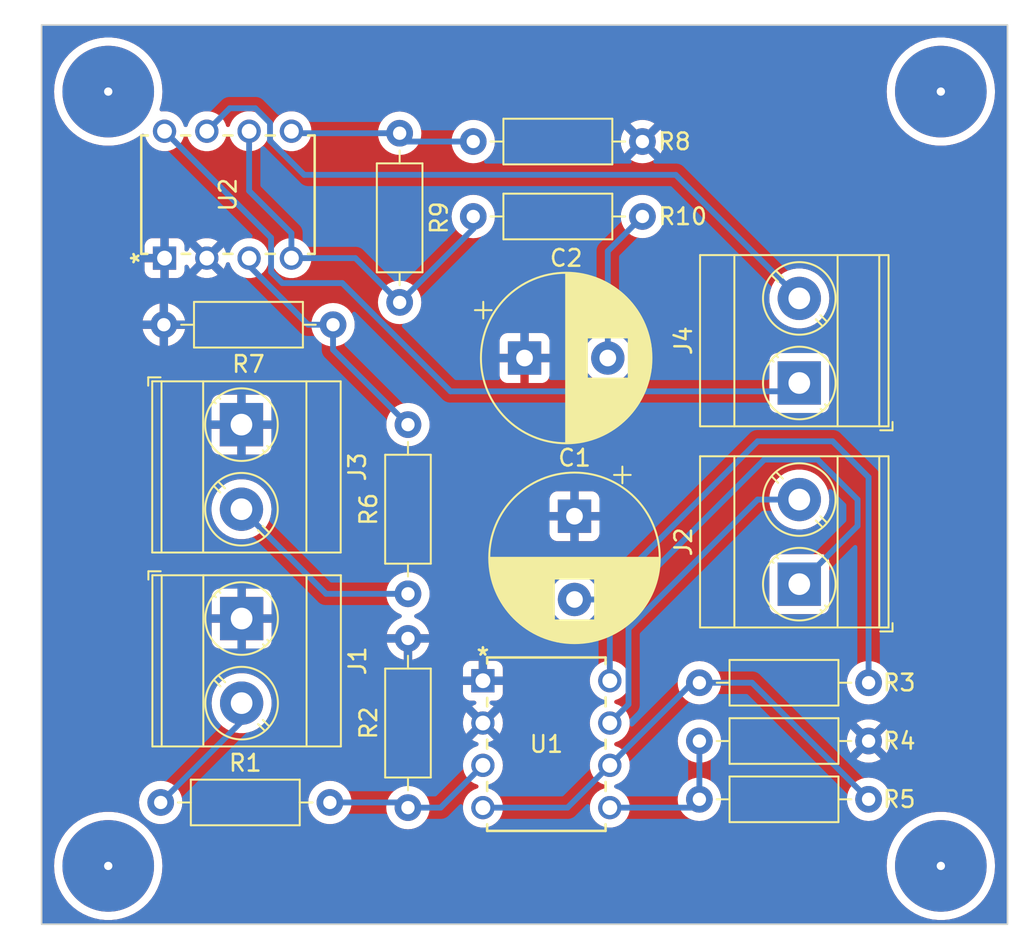
<source format=kicad_pcb>
(kicad_pcb (version 20221018) (generator pcbnew)
  (title_block (title "US Filter At Arduino") (date "2024-10-29") (rev "1.0"))
  (layers (0 "F.Cu" signal) (31 "B.Cu" signal) (34 "B.Paste" user) (35 "F.Paste" user) (36 "B.SilkS" user "B.Silkscreen") (37 "F.SilkS" user "F.Silkscreen") (38 "B.Mask" user) (39 "F.Mask" user) (44 "Edge.Cuts" user))
  (net 0 "")
  (net 1 "GND")
  (net 2 "Net-(C1-Pad2)")
  (net 3 "Net-(J1-Pin_2)")
  (net 4 "Net-(J2-Pin_1)")
  (net 5 "Net-(J2-Pin_2)")
  (net 6 "Net-(U1-IN+)")
  (net 7 "Net-(U1-IN-)")
  (net 8 "Net-(U1-HYST)")
  (net 9 "Net-(C2-Pad2)")
  (net 10 "Net-(J3-Pin_2)")
  (net 11 "Net-(J4-Pin_1)")
  (net 12 "Net-(J4-Pin_2)")
  (net 13 "Net-(U2-IN+)")
  (net 14 "Net-(U2-HYST)")
  (net 15 "Net-(U2-IN-)")
  (footprint "TerminalBlock_Phoenix:TerminalBlock_Phoenix_MKDS-3-2-5.08_1x02_P5.08mm_Horizontal" (layer "F.Cu") (at 164 83 90)
    (fp_text reference "J4" (at 2.54 -6.96 90) (layer "F.SilkS"))
    (fp_text value "Screw_Terminal_01x02")
    (pad "1" thru_hole rect (at 0 0 90) (size 2.6 2.6) (drill 1.3) (layers "*.Cu" "*.Mask") (net 11 "Net-(J4-Pin_1)"))
    (pad "2" thru_hole circle (at 5.08 0 90) (size 2.6 2.6) (drill 1.3) (layers "*.Cu" "*.Mask") (net 12 "Net-(J4-Pin_2)"))
  )
  (footprint "Capacitor_THT:CP_Radial_D10.0mm_P5.00mm" (layer "F.Cu") (at 150.5 91 -90)
    (fp_text reference "C1" (at -3.5 0 -180) (layer "F.SilkS"))
    (fp_text value "1u")
    (pad "1" thru_hole rect (at 0 0 270) (size 2 2) (drill 1) (layers "*.Cu" "*.Mask") (net 1 "GND"))
    (pad "2" thru_hole circle (at 5 0 270) (size 2 2) (drill 1) (layers "*.Cu" "*.Mask") (net 2 "Net-(C1-Pad2)"))
  )
  (footprint "TerminalBlock_Phoenix:TerminalBlock_Phoenix_MKDS-3-2-5.08_1x02_P5.08mm_Horizontal" (layer "F.Cu") (at 130.51 97.145 -90)
    (fp_text reference "J1" (at 2.54 -6.96 90) (layer "F.SilkS"))
    (fp_text value "Screw_Terminal_01x02")
    (pad "1" thru_hole rect (at 0 0 270) (size 2.6 2.6) (drill 1.3) (layers "*.Cu" "*.Mask") (net 1 "GND"))
    (pad "2" thru_hole circle (at 5.08 0 270) (size 2.6 2.6) (drill 1.3) (layers "*.Cu" "*.Mask") (net 3 "Net-(J1-Pin_2)"))
  )
  (footprint "Resistor_THT:R_Axial_DIN0207_L6.3mm_D2.5mm_P10.16mm_Horizontal" (layer "F.Cu") (at 154.58 73 180)
    (fp_text reference "R10" (at -2.42 0) (layer "F.SilkS"))
    (fp_text value "430")
    (pad "1" thru_hole circle (at 0 0 180) (size 1.6 1.6) (drill 0.8) (layers "*.Cu" "*.Mask") (net 9 "Net-(C2-Pad2)"))
    (pad "2" thru_hole oval (at 10.16 0 180) (size 1.6 1.6) (drill 0.8) (layers "*.Cu" "*.Mask") (net 15 "Net-(U2-IN-)"))
  )
  (footprint "LTC1440CN8#PBF:PDIP-8_N_LIT" (layer "F.Cu") (at 125.88 75.5 90)
    (fp_text reference "U2" (at 3.81 3.81 90 unlocked) (layer "F.SilkS"))
    (fp_text value "LTC1440CN8-PBF")
    (fp_text user "*" (at 0 -1.4605 90) (layer "F.SilkS"))
    (fp_text user "*" (at 0 -1.4605 90 unlocked) (layer "F.SilkS"))
    (pad "1" thru_hole rect (at 0 0 90) (size 1.397 1.397) (drill 0.889) (layers "*.Cu" "*.Mask") (net 1 "GND"))
    (pad "2" thru_hole circle (at 0 2.54 90) (size 1.397 1.397) (drill 0.889) (layers "*.Cu" "*.Mask") (net 1 "GND"))
    (pad "3" thru_hole circle (at 0 5.08 90) (size 1.397 1.397) (drill 0.889) (layers "*.Cu" "*.Mask") (net 13 "Net-(U2-IN+)"))
    (pad "4" thru_hole circle (at 0 7.62 90) (size 1.397 1.397) (drill 0.889) (layers "*.Cu" "*.Mask") (net 15 "Net-(U2-IN-)"))
    (pad "5" thru_hole circle (at 7.62 7.62 90) (size 1.397 1.397) (drill 0.889) (layers "*.Cu" "*.Mask") (net 14 "Net-(U2-HYST)"))
    (pad "6" thru_hole circle (at 7.62 5.08 90) (size 1.397 1.397) (drill 0.889) (layers "*.Cu" "*.Mask") (net 15 "Net-(U2-IN-)"))
    (pad "7" thru_hole circle (at 7.62 2.54 90) (size 1.397 1.397) (drill 0.889) (layers "*.Cu" "*.Mask") (net 12 "Net-(J4-Pin_2)"))
    (pad "8" thru_hole circle (at 7.62 0 90) (size 1.397 1.397) (drill 0.889) (layers "*.Cu" "*.Mask") (net 11 "Net-(J4-Pin_1)"))
  )
  (footprint "Resistor_THT:R_Axial_DIN0207_L6.3mm_D2.5mm_P10.16mm_Horizontal" (layer "F.Cu") (at 136 79.5 180)
    (fp_text reference "R7" (at 5.08 -2.37) (layer "F.SilkS"))
    (fp_text value "1.2M")
    (pad "1" thru_hole circle (at 0 0 180) (size 1.6 1.6) (drill 0.8) (layers "*.Cu" "*.Mask") (net 13 "Net-(U2-IN+)"))
    (pad "2" thru_hole oval (at 10.16 0 180) (size 1.6 1.6) (drill 0.8) (layers "*.Cu" "*.Mask") (net 1 "GND"))
  )
  (footprint "Resistor_THT:R_Axial_DIN0207_L6.3mm_D2.5mm_P10.16mm_Horizontal" (layer "F.Cu") (at 154.58 68.5 180)
    (fp_text reference "R8" (at -1.92 0) (layer "F.SilkS"))
    (fp_text value "2.4M")
    (pad "1" thru_hole circle (at 0 0 180) (size 1.6 1.6) (drill 0.8) (layers "*.Cu" "*.Mask") (net 1 "GND"))
    (pad "2" thru_hole oval (at 10.16 0 180) (size 1.6 1.6) (drill 0.8) (layers "*.Cu" "*.Mask") (net 14 "Net-(U2-HYST)"))
  )
  (footprint "TerminalBlock_Phoenix:TerminalBlock_Phoenix_MKDS-3-2-5.08_1x02_P5.08mm_Horizontal" (layer "F.Cu") (at 130.5 85.5 -90)
    (fp_text reference "J3" (at 2.54 -6.96 90) (layer "F.SilkS"))
    (fp_text value "Screw_Terminal_01x02")
    (pad "1" thru_hole rect (at 0 0 270) (size 2.6 2.6) (drill 1.3) (layers "*.Cu" "*.Mask") (net 1 "GND"))
    (pad "2" thru_hole circle (at 5.08 0 270) (size 2.6 2.6) (drill 1.3) (layers "*.Cu" "*.Mask") (net 10 "Net-(J3-Pin_2)"))
  )
  (footprint "Resistor_THT:R_Axial_DIN0207_L6.3mm_D2.5mm_P10.16mm_Horizontal" (layer "F.Cu") (at 168.16 104.5 180)
    (fp_text reference "R4" (at -1.84 0) (layer "F.SilkS"))
    (fp_text value "2.4M")
    (pad "1" thru_hole circle (at 0 0 180) (size 1.6 1.6) (drill 0.8) (layers "*.Cu" "*.Mask") (net 1 "GND"))
    (pad "2" thru_hole oval (at 10.16 0 180) (size 1.6 1.6) (drill 0.8) (layers "*.Cu" "*.Mask") (net 8 "Net-(U1-HYST)"))
  )
  (footprint "Resistor_THT:R_Axial_DIN0207_L6.3mm_D2.5mm_P10.16mm_Horizontal" (layer "F.Cu") (at 168.16 101 180)
    (fp_text reference "R3" (at -1.84 0) (layer "F.SilkS"))
    (fp_text value "430")
    (pad "1" thru_hole circle (at 0 0 180) (size 1.6 1.6) (drill 0.8) (layers "*.Cu" "*.Mask") (net 2 "Net-(C1-Pad2)"))
    (pad "2" thru_hole oval (at 10.16 0 180) (size 1.6 1.6) (drill 0.8) (layers "*.Cu" "*.Mask") (net 7 "Net-(U1-IN-)"))
  )
  (footprint "TerminalBlock_Phoenix:TerminalBlock_Phoenix_MKDS-3-2-5.08_1x02_P5.08mm_Horizontal" (layer "F.Cu") (at 164 95.08 90)
    (fp_text reference "J2" (at 2.54 -6.96 90) (layer "F.SilkS"))
    (fp_text value "Screw_Terminal_01x02")
    (pad "1" thru_hole rect (at 0 0 90) (size 2.6 2.6) (drill 1.3) (layers "*.Cu" "*.Mask") (net 4 "Net-(J2-Pin_1)"))
    (pad "2" thru_hole circle (at 5.08 0 90) (size 2.6 2.6) (drill 1.3) (layers "*.Cu" "*.Mask") (net 5 "Net-(J2-Pin_2)"))
  )
  (footprint "Resistor_THT:R_Axial_DIN0207_L6.3mm_D2.5mm_P10.16mm_Horizontal" (layer "F.Cu") (at 140.5 108.5 90)
    (fp_text reference "R2" (at 5.08 -2.37 90) (layer "F.SilkS"))
    (fp_text value "1.2M")
    (pad "1" thru_hole circle (at 0 0 90) (size 1.6 1.6) (drill 0.8) (layers "*.Cu" "*.Mask") (net 6 "Net-(U1-IN+)"))
    (pad "2" thru_hole oval (at 10.16 0 90) (size 1.6 1.6) (drill 0.8) (layers "*.Cu" "*.Mask") (net 1 "GND"))
  )
  (footprint "Resistor_THT:R_Axial_DIN0207_L6.3mm_D2.5mm_P10.16mm_Horizontal" (layer "F.Cu") (at 125.65 108.19)
    (fp_text reference "R1" (at 5.08 -2.37) (layer "F.SilkS"))
    (fp_text value "1.2M")
    (pad "1" thru_hole circle (at 0 0) (size 1.6 1.6) (drill 0.8) (layers "*.Cu" "*.Mask") (net 3 "Net-(J1-Pin_2)"))
    (pad "2" thru_hole oval (at 10.16 0) (size 1.6 1.6) (drill 0.8) (layers "*.Cu" "*.Mask") (net 6 "Net-(U1-IN+)"))
  )
  (footprint "Resistor_THT:R_Axial_DIN0207_L6.3mm_D2.5mm_P10.16mm_Horizontal" (layer "F.Cu") (at 158 108)
    (fp_text reference "R5" (at 12 0) (layer "F.SilkS"))
    (fp_text value "51.1k")
    (pad "1" thru_hole circle (at 0 0) (size 1.6 1.6) (drill 0.8) (layers "*.Cu" "*.Mask") (net 8 "Net-(U1-HYST)"))
    (pad "2" thru_hole oval (at 10.16 0) (size 1.6 1.6) (drill 0.8) (layers "*.Cu" "*.Mask") (net 7 "Net-(U1-IN-)"))
  )
  (footprint "Resistor_THT:R_Axial_DIN0207_L6.3mm_D2.5mm_P10.16mm_Horizontal" (layer "F.Cu") (at 140.5 95.66 90)
    (fp_text reference "R6" (at 5.08 -2.37 90) (layer "F.SilkS"))
    (fp_text value "1.2M")
    (pad "1" thru_hole circle (at 0 0 90) (size 1.6 1.6) (drill 0.8) (layers "*.Cu" "*.Mask") (net 10 "Net-(J3-Pin_2)"))
    (pad "2" thru_hole oval (at 10.16 0 90) (size 1.6 1.6) (drill 0.8) (layers "*.Cu" "*.Mask") (net 13 "Net-(U2-IN+)"))
  )
  (footprint "Capacitor_THT:CP_Radial_D10.0mm_P5.00mm" (layer "F.Cu") (at 147.5 81.5)
    (fp_text reference "C2" (at 2.5 -6) (layer "F.SilkS"))
    (fp_text value "1u")
    (pad "1" thru_hole rect (at 0 0) (size 2 2) (drill 1) (layers "*.Cu" "*.Mask") (net 1 "GND"))
    (pad "2" thru_hole circle (at 5 0) (size 2 2) (drill 1) (layers "*.Cu" "*.Mask") (net 9 "Net-(C2-Pad2)"))
  )
  (footprint "Resistor_THT:R_Axial_DIN0207_L6.3mm_D2.5mm_P10.16mm_Horizontal" (layer "F.Cu") (at 140 68 -90)
    (fp_text reference "R9" (at 5.08 -2.37 90) (layer "F.SilkS"))
    (fp_text value "51.1k")
    (pad "1" thru_hole circle (at 0 0 270) (size 1.6 1.6) (drill 0.8) (layers "*.Cu" "*.Mask") (net 14 "Net-(U2-HYST)"))
    (pad "2" thru_hole oval (at 10.16 0 270) (size 1.6 1.6) (drill 0.8) (layers "*.Cu" "*.Mask") (net 15 "Net-(U2-IN-)"))
  )
  (footprint "LTC1440CN8#PBF:PDIP-8_N_LIT" (layer "F.Cu") (at 145 100.88)
    (fp_text reference "U1" (at 3.81 3.81 unlocked) (layer "F.SilkS"))
    (fp_text value "LTC1440CN8-PBF")
    (fp_text user "*" (at 0 -1.4605 unlocked) (layer "F.SilkS"))
    (fp_text user "*" (at 0 -1.4605) (layer "F.SilkS"))
    (pad "1" thru_hole rect (at 0 0) (size 1.397 1.397) (drill 0.889) (layers "*.Cu" "*.Mask") (net 1 "GND"))
    (pad "2" thru_hole circle (at 0 2.54) (size 1.397 1.397) (drill 0.889) (layers "*.Cu" "*.Mask") (net 1 "GND"))
    (pad "3" thru_hole circle (at 0 5.08) (size 1.397 1.397) (drill 0.889) (layers "*.Cu" "*.Mask") (net 6 "Net-(U1-IN+)"))
    (pad "4" thru_hole circle (at 0 7.62) (size 1.397 1.397) (drill 0.889) (layers "*.Cu" "*.Mask") (net 7 "Net-(U1-IN-)"))
    (pad "5" thru_hole circle (at 7.62 7.62) (size 1.397 1.397) (drill 0.889) (layers "*.Cu" "*.Mask") (net 8 "Net-(U1-HYST)"))
    (pad "6" thru_hole circle (at 7.62 5.08) (size 1.397 1.397) (drill 0.889) (layers "*.Cu" "*.Mask") (net 7 "Net-(U1-IN-)"))
    (pad "7" thru_hole circle (at 7.62 2.54) (size 1.397 1.397) (drill 0.889) (layers "*.Cu" "*.Mask") (net 5 "Net-(J2-Pin_2)"))
    (pad "8" thru_hole circle (at 7.62 0) (size 1.397 1.397) (drill 0.889) (layers "*.Cu" "*.Mask") (net 4 "Net-(J2-Pin_1)"))
  )
  (gr_rect (start 118.5 61.5) (end 176.5 115.5) (stroke (width 0.1)) (fill none) (layer "Edge.Cuts"))
  (via (at 122.5 65.5) (size 5.5) (drill 0.5) (layers "F.Cu" "B.Cu") (net 0))
  (via (at 122.5 112) (size 5.5) (drill 0.5) (layers "F.Cu" "B.Cu") (net 0))
  (via (at 172.5 112) (size 5.5) (drill 0.5) (layers "F.Cu" "B.Cu") (net 0))
  (via (at 172.5 65.5) (size 5.5) (drill 0.5) (layers "F.Cu" "B.Cu") (net 0))
  (segment (start 161.5 86.5) (end 152 96) (width 0.35) (layer "B.Cu") (net 2))
  (segment (start 152 96) (end 150.5 96) (width 0.35) (layer "B.Cu") (net 2))
  (segment (start 166 86.5) (end 161.5 86.5) (width 0.35) (layer "B.Cu") (net 2))
  (segment (start 168.16 88.66) (end 166 86.5) (width 0.35) (layer "B.Cu") (net 2))
  (segment (start 168.16 101) (end 168.16 88.66) (width 0.35) (layer "B.Cu") (net 2))
  (segment (start 125.65 108.19) (end 130.51 103.33) (width 0.35) (layer "B.Cu") (net 3))
  (segment (start 130.51 103.33) (end 130.51 102.225) (width 0.35) (layer "B.Cu") (net 3))
  (segment (start 165.1 87.6) (end 167.5 90) (width 0.35) (layer "B.Cu") (net 4))
  (segment (start 152.62 96.88) (end 161.9 87.6) (width 0.35) (layer "B.Cu") (net 4))
  (segment (start 167.5 90) (end 167.5 91.58) (width 0.35) (layer "B.Cu") (net 4))
  (segment (start 161.9 87.6) (end 165.1 87.6) (width 0.35) (layer "B.Cu") (net 4))
  (segment (start 167.5 91.58) (end 164 95.08) (width 0.35) (layer "B.Cu") (net 4))
  (segment (start 152.62 100.88) (end 152.62 96.88) (width 0.35) (layer "B.Cu") (net 4))
  (segment (start 152.62 103.42) (end 153.7435 102.2965) (width 0.35) (layer "B.Cu") (net 5))
  (segment (start 161.5 90) (end 164 90) (width 0.35) (layer "B.Cu") (net 5))
  (segment (start 153.7435 97.7565) (end 161.5 90) (width 0.35) (layer "B.Cu") (net 5))
  (segment (start 153.7435 102.2965) (end 153.7435 97.7565) (width 0.35) (layer "B.Cu") (net 5))
  (segment (start 140.19 108.19) (end 140.5 108.5) (width 0.35) (layer "B.Cu") (net 6))
  (segment (start 142.46 108.5) (end 145 105.96) (width 0.35) (layer "B.Cu") (net 6))
  (segment (start 140.5 108.5) (end 142.46 108.5) (width 0.35) (layer "B.Cu") (net 6))
  (segment (start 135.81 108.19) (end 140.19 108.19) (width 0.35) (layer "B.Cu") (net 6))
  (segment (start 158 101) (end 161.16 101) (width 0.35) (layer "B.Cu") (net 7))
  (segment (start 150.08 108.5) (end 152.62 105.96) (width 0.35) (layer "B.Cu") (net 7))
  (segment (start 152.62 105.96) (end 157.58 101) (width 0.35) (layer "B.Cu") (net 7))
  (segment (start 157.58 101) (end 158 101) (width 0.35) (layer "B.Cu") (net 7))
  (segment (start 145 108.5) (end 150.08 108.5) (width 0.35) (layer "B.Cu") (net 7))
  (segment (start 161.16 101) (end 168.16 108) (width 0.35) (layer "B.Cu") (net 7))
  (segment (start 152.62 108.5) (end 157.5 108.5) (width 0.35) (layer "B.Cu") (net 8))
  (segment (start 158 104.5) (end 158 108) (width 0.35) (layer "B.Cu") (net 8))
  (segment (start 157.5 108.5) (end 158 108) (width 0.35) (layer "B.Cu") (net 8))
  (segment (start 152.5 75.08) (end 154.58 73) (width 0.35) (layer "B.Cu") (net 9))
  (segment (start 152.5 81.5) (end 152.5 75.08) (width 0.35) (layer "B.Cu") (net 9))
  (segment (start 135.58 95.66) (end 130.5 90.58) (width 0.35) (layer "B.Cu") (net 10))
  (segment (start 140.5 95.66) (end 135.58 95.66) (width 0.35) (layer "B.Cu") (net 10))
  (segment (start 132.278079 74.278079) (end 132.278079 76.322514) (width 0.35) (layer "B.Cu") (net 11))
  (segment (start 136.553794 77) (end 143.053794 83.5) (width 0.35) (layer "B.Cu") (net 11))
  (segment (start 132.955565 77) (end 136.553794 77) (width 0.35) (layer "B.Cu") (net 11))
  (segment (start 163.5 83.5) (end 164 83) (width 0.35) (layer "B.Cu") (net 11))
  (segment (start 143.053794 83.5) (end 163.5 83.5) (width 0.35) (layer "B.Cu") (net 11))
  (segment (start 132.278079 76.322514) (end 132.955565 77) (width 0.35) (layer "B.Cu") (net 11))
  (segment (start 125.88 67.88) (end 132.278079 74.278079) (width 0.35) (layer "B.Cu") (net 11))
  (segment (start 131.334434 66.5) (end 132.214264 67.37983) (width 0.35) (layer "B.Cu") (net 12))
  (segment (start 156.58 70.5) (end 164 77.92) (width 0.35) (layer "B.Cu") (net 12))
  (segment (start 132.214264 68.448698) (end 134.265566 70.5) (width 0.35) (layer "B.Cu") (net 12))
  (segment (start 132.214264 67.37983) (end 132.214264 68.448698) (width 0.35) (layer "B.Cu") (net 12))
  (segment (start 134.265566 70.5) (end 156.58 70.5) (width 0.35) (layer "B.Cu") (net 12))
  (segment (start 128.42 67.88) (end 129.8 66.5) (width 0.35) (layer "B.Cu") (net 12))
  (segment (start 129.8 66.5) (end 131.334434 66.5) (width 0.35) (layer "B.Cu") (net 12))
  (segment (start 130.96 75.96) (end 130.96 75.5) (width 0.35) (layer "B.Cu") (net 13))
  (segment (start 136 79.5) (end 136 81) (width 0.35) (layer "B.Cu") (net 13))
  (segment (start 136 79.5) (end 134.5 79.5) (width 0.35) (layer "B.Cu") (net 13))
  (segment (start 136 81) (end 140.5 85.5) (width 0.35) (layer "B.Cu") (net 13))
  (segment (start 134.5 79.5) (end 130.96 75.96) (width 0.35) (layer "B.Cu") (net 13))
  (segment (start 140 68) (end 133.62 68) (width 0.35) (layer "B.Cu") (net 14))
  (segment (start 133.62 68) (end 133.5 67.88) (width 0.35) (layer "B.Cu") (net 14))
  (segment (start 140.5 68.5) (end 140 68) (width 0.35) (layer "B.Cu") (net 14))
  (segment (start 144.42 68.5) (end 140.5 68.5) (width 0.35) (layer "B.Cu") (net 14))
  (segment (start 133.5 75.5) (end 137.34 75.5) (width 0.35) (layer "B.Cu") (net 15))
  (segment (start 137.34 75.5) (end 140 78.16) (width 0.35) (layer "B.Cu") (net 15))
  (segment (start 130.96 71.46) (end 133.5 74) (width 0.35) (layer "B.Cu") (net 15))
  (segment (start 140 78.16) (end 144.42 73.74) (width 0.35) (layer "B.Cu") (net 15))
  (segment (start 144.42 73.74) (end 144.42 73) (width 0.35) (layer "B.Cu") (net 15))
  (segment (start 133.5 74) (end 133.5 75.5) (width 0.35) (layer "B.Cu") (net 15))
  (segment (start 130.96 67.88) (end 130.96 71.46) (width 0.35) (layer "B.Cu") (net 15))
  (zone (net 1) (net_name "GND") (layers "F&B.Cu") (connect_pads (clearance 0.5)) (min_thickness 0.25) (fill yes (thermal_gap 0.5) (thermal_bridge_width 0.5))
    (polygon (pts (xy 177.5 60) (xy 177.5 117) (xy 116 117) (xy 116 60)))
  )
)
</source>
